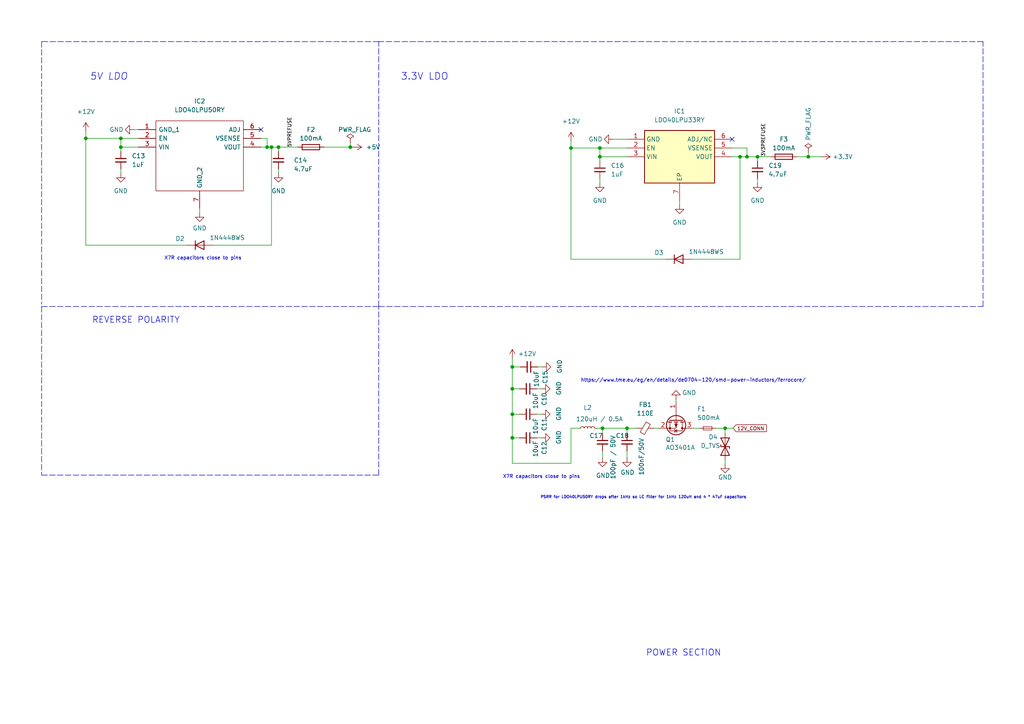
<source format=kicad_sch>
(kicad_sch (version 20211123) (generator eeschema)
  (paper "A4")
  (lib_symbols
    (symbol "Device:C_Small" (pin_numbers hide) (pin_names (offset 0.254) hide)
      (property "Reference" "C" (at 0.254 1.778 0))
      (property "Value" "C_Small" (at 0.254 -2.032 0))
      (symbol "C_Small_0_1"
        (polyline (pts (xy -1.524 -0.508) (xy 1.524 -0.508)) (stroke (width 0.3302)))
        (polyline (pts (xy -1.524 0.508) (xy 1.524 0.508)) (stroke (width 0.3048)))
      )
      (symbol "C_Small_1_1"
        (pin passive line (at 0 2.54 270) (length 2.032) (name "~") (number "1"))
        (pin passive line (at 0 -2.54 90) (length 2.032) (name "~") (number "2"))
      )
    )
    (symbol "Device:D_TVS" (pin_numbers hide) (pin_names (offset 1.016) hide)
      (property "Reference" "D" (at 0 2.54 0))
      (property "Value" "D_TVS" (at 0 -2.54 0))
      (symbol "D_TVS_0_1"
        (polyline (pts (xy 1.27 0) (xy -1.27 0)))
        (polyline (pts (xy 0.508 1.27) (xy 0 1.27) (xy 0 -1.27) (xy -0.508 -1.27)) (stroke (width 0.254)))
        (polyline (pts (xy -2.54 1.27) (xy -2.54 -1.27) (xy 2.54 1.27) (xy 2.54 -1.27) (xy -2.54 1.27)) (stroke (width 0.254)))
      )
      (symbol "D_TVS_1_1"
        (pin passive line (at -3.81 0 0) (length 2.54) (name "A1") (number "1"))
        (pin passive line (at 3.81 0 180) (length 2.54) (name "A2") (number "2"))
      )
    )
    (symbol "Device:FerriteBead_Small" (pin_numbers hide) (pin_names (offset 0))
      (property "Reference" "FB" (at 1.905 1.27 0))
      (property "Value" "FerriteBead_Small" (at 1.905 -1.27 0))
      (symbol "FerriteBead_Small_0_1"
        (polyline (pts (xy 0 -1.27) (xy 0 -0.7874)))
        (polyline (pts (xy 0 0.889) (xy 0 1.2954)))
        (polyline (pts (xy -1.8288 0.2794) (xy -1.1176 1.4986) (xy 1.8288 -0.2032) (xy 1.1176 -1.4224) (xy -1.8288 0.2794)))
      )
      (symbol "FerriteBead_Small_1_1"
        (pin passive line (at 0 2.54 270) (length 1.27) (name "~") (number "1"))
        (pin passive line (at 0 -2.54 90) (length 1.27) (name "~") (number "2"))
      )
    )
    (symbol "Device:Fuse" (pin_numbers hide) (pin_names (offset 0))
      (property "Reference" "F" (at 2.032 0 90))
      (property "Value" "Fuse" (at -1.905 0 90))
      (symbol "Fuse_0_1"
        (rectangle (start -0.762 -2.54) (end 0.762 2.54) (stroke (width 0.254)))
        (polyline (pts (xy 0 2.54) (xy 0 -2.54)))
      )
      (symbol "Fuse_1_1"
        (pin passive line (at 0 3.81 270) (length 1.27) (name "~") (number "1"))
        (pin passive line (at 0 -3.81 90) (length 1.27) (name "~") (number "2"))
      )
    )
    (symbol "Device:Fuse_Small" (pin_numbers hide) (pin_names (offset 0.254) hide)
      (property "Reference" "F" (at 0 -1.524 0))
      (property "Value" "Fuse_Small" (at 0 1.524 0))
      (symbol "Fuse_Small_0_1"
        (rectangle (start -1.27 0.508) (end 1.27 -0.508))
        (polyline (pts (xy -1.27 0) (xy 1.27 0)))
      )
      (symbol "Fuse_Small_1_1"
        (pin passive line (at -2.54 0 0) (length 1.27) (name "~") (number "1"))
        (pin passive line (at 2.54 0 180) (length 1.27) (name "~") (number "2"))
      )
    )
    (symbol "Device:L_Small" (pin_numbers hide) (pin_names (offset 0.254) hide)
      (property "Reference" "L" (at 0.762 1.016 0))
      (property "Value" "L_Small" (at 0.762 -1.016 0))
      (symbol "L_Small_0_1"
        (arc (start 0 -2.032) (mid 0.508 -1.524) (end 0 -1.016))
        (arc (start 0 -1.016) (mid 0.508 -0.508) (end 0 0))
        (arc (start 0 0) (mid 0.508 0.508) (end 0 1.016))
        (arc (start 0 1.016) (mid 0.508 1.524) (end 0 2.032))
      )
      (symbol "L_Small_1_1"
        (pin passive line (at 0 2.54 270) (length 0.508) (name "~") (number "1"))
        (pin passive line (at 0 -2.54 90) (length 0.508) (name "~") (number "2"))
      )
    )
    (symbol "Diode:1N4448WS" (pin_numbers hide) (pin_names hide)
      (property "Reference" "D" (at 0 2.54 0))
      (property "Value" "1N4448WS" (at 0 -2.54 0))
      (symbol "1N4448WS_0_1"
        (polyline (pts (xy -1.27 1.27) (xy -1.27 -1.27)) (stroke (width 0.254)))
        (polyline (pts (xy 1.27 0) (xy -1.27 0)))
        (polyline (pts (xy 1.27 1.27) (xy 1.27 -1.27) (xy -1.27 0) (xy 1.27 1.27)) (stroke (width 0.254)))
      )
      (symbol "1N4448WS_1_1"
        (pin passive line (at -3.81 0 0) (length 2.54) (name "K") (number "1"))
        (pin passive line (at 3.81 0 180) (length 2.54) (name "A") (number "2"))
      )
    )
    (symbol "Transistor_FET:AO3401A" (pin_names hide)
      (property "Reference" "Q" (at 5.08 1.905 0))
      (property "Value" "AO3401A" (at 5.08 0 0))
      (symbol "AO3401A_0_1"
        (polyline (pts (xy 0.254 0) (xy -2.54 0)))
        (polyline (pts (xy 0.254 1.905) (xy 0.254 -1.905)) (stroke (width 0.254)))
        (polyline (pts (xy 0.762 -1.27) (xy 0.762 -2.286)) (stroke (width 0.254)))
        (polyline (pts (xy 0.762 0.508) (xy 0.762 -0.508)) (stroke (width 0.254)))
        (polyline (pts (xy 0.762 2.286) (xy 0.762 1.27)) (stroke (width 0.254)))
        (polyline (pts (xy 2.54 2.54) (xy 2.54 1.778)))
        (polyline (pts (xy 2.54 -2.54) (xy 2.54 0) (xy 0.762 0)))
        (polyline (pts (xy 0.762 1.778) (xy 3.302 1.778) (xy 3.302 -1.778) (xy 0.762 -1.778)))
        (polyline (pts (xy 2.286 0) (xy 1.27 0.381) (xy 1.27 -0.381) (xy 2.286 0)) (fill (type outline)))
        (polyline (pts (xy 2.794 -0.508) (xy 2.921 -0.381) (xy 3.683 -0.381) (xy 3.81 -0.254)))
        (polyline (pts (xy 3.302 -0.381) (xy 2.921 0.254) (xy 3.683 0.254) (xy 3.302 -0.381)))
        (circle (center 1.651 0) (radius 2.794) (stroke (width 0.254)))
        (circle (center 2.54 -1.778) (radius 0.254) (fill (type outline)))
        (circle (center 2.54 1.778) (radius 0.254) (fill (type outline)))
      )
      (symbol "AO3401A_1_1"
        (pin input line (at -5.08 0 0) (length 2.54) (name "G") (number "1"))
        (pin passive line (at 2.54 -5.08 90) (length 2.54) (name "S") (number "2"))
        (pin passive line (at 2.54 5.08 270) (length 2.54) (name "D") (number "3"))
      )
    )
    (symbol "WHEEL_07:LDO40LPU50RY" (pin_names (offset 0.762))
      (property "Reference" "IC" (at 31.75 7.62 0))
      (property "Value" "LDO40LPU50RY" (at 31.75 5.08 0))
      (symbol "LDO40LPU50RY_0_0"
        (pin passive line (at 0 0 0) (length 5.08) (name "GND_1") (number "1"))
        (pin passive line (at 0 -2.54 0) (length 5.08) (name "EN") (number "2"))
        (pin passive line (at 0 -5.08 0) (length 5.08) (name "VIN") (number "3"))
        (pin passive line (at 35.56 -5.08 180) (length 5.08) (name "VOUT") (number "4"))
        (pin passive line (at 35.56 -2.54 180) (length 5.08) (name "VSENSE") (number "5"))
        (pin passive line (at 35.56 0 180) (length 5.08) (name "ADJ") (number "6"))
        (pin passive line (at 17.78 -22.86 90) (length 5.08) (name "GND_2") (number "7"))
      )
      (symbol "LDO40LPU50RY_0_1"
        (polyline (pts (xy 5.08 2.54) (xy 30.48 2.54) (xy 30.48 -17.78) (xy 5.08 -17.78) (xy 5.08 2.54)) (stroke (width 0.1524)))
      )
    )
    (symbol "pdms_additional:LDO40LPU33RY"
      (property "Value" "LDO40LPU33RY" (at 0 0 0))
      (property "Reference_1" "IC" (at 26.67 7.62 0))
      (property "Value_1" "LDO40LPU33RY" (at 26.67 5.08 0))
      (symbol "LDO40LPU33RY_1_1"
        (rectangle (start 5.08 2.54) (end 25.4 -12.7) (stroke (width 0.254)) (fill (type background)))
        (pin passive line (at 0 0 0) (length 5.08) (name "GND") (number "1"))
        (pin passive line (at 0 -2.54 0) (length 5.08) (name "EN") (number "2"))
        (pin passive line (at 0 -5.08 0) (length 5.08) (name "VIN") (number "3"))
        (pin passive line (at 30.48 -5.08 180) (length 5.08) (name "VOUT") (number "4"))
        (pin passive line (at 30.48 -2.54 180) (length 5.08) (name "VSENSE") (number "5"))
        (pin passive line (at 30.48 0 180) (length 5.08) (name "ADJ/NC") (number "6"))
        (pin passive line (at 15.24 -17.78 90) (length 5.08) (name "EP") (number "7"))
      )
    )
    (symbol "power:+12V" (power) (pin_names (offset 0))
      (property "Value" "+12V" (at 0 3.556 0))
      (symbol "+12V_0_1"
        (polyline (pts (xy -0.762 1.27) (xy 0 2.54)))
        (polyline (pts (xy 0 0) (xy 0 2.54)))
        (polyline (pts (xy 0 2.54) (xy 0.762 1.27)))
      )
      (symbol "+12V_1_1"
        (pin power_in line (at 0 0 90) (length 0) hide (name "+12V") (number "1"))
      )
    )
    (symbol "power:+3.3V" (power) (pin_names (offset 0))
      (property "Value" "+3.3V" (at 0 3.556 0))
      (symbol "+3.3V_0_1"
        (polyline (pts (xy -0.762 1.27) (xy 0 2.54)))
        (polyline (pts (xy 0 0) (xy 0 2.54)))
        (polyline (pts (xy 0 2.54) (xy 0.762 1.27)))
      )
      (symbol "+3.3V_1_1"
        (pin power_in line (at 0 0 90) (length 0) hide (name "+3.3V") (number "1"))
      )
    )
    (symbol "power:+5V" (power) (pin_names (offset 0))
      (property "Value" "+5V" (at 0 3.556 0))
      (symbol "+5V_0_1"
        (polyline (pts (xy -0.762 1.27) (xy 0 2.54)))
        (polyline (pts (xy 0 0) (xy 0 2.54)))
        (polyline (pts (xy 0 2.54) (xy 0.762 1.27)))
      )
      (symbol "+5V_1_1"
        (pin power_in line (at 0 0 90) (length 0) hide (name "+5V") (number "1"))
      )
    )
    (symbol "power:GND" (power) (pin_names (offset 0))
      (property "Value" "GND" (at 0 -3.81 0))
      (symbol "GND_0_1"
        (polyline (pts (xy 0 0) (xy 0 -1.27) (xy 1.27 -1.27) (xy 0 -2.54) (xy -1.27 -1.27) (xy 0 -1.27)))
      )
      (symbol "GND_1_1"
        (pin power_in line (at 0 0 270) (length 0) hide (name "GND") (number "1"))
      )
    )
    (symbol "power:PWR_FLAG" (power) (pin_numbers hide) (pin_names (offset 0) hide)
      (property "Value" "PWR_FLAG" (at 0 3.81 0))
      (symbol "PWR_FLAG_0_0"
        (pin power_out line (at 0 0 90) (length 0) (name "pwr") (number "1"))
      )
      (symbol "PWR_FLAG_0_1"
        (polyline (pts (xy 0 0) (xy 0 1.27) (xy -1.016 1.905) (xy 0 2.54) (xy 1.016 1.905) (xy 0 1.27)))
      )
    )
  )
  (junction (at 77.47 42.672))
  (junction (at 24.892 40.132))
  (junction (at 173.99 45.466))
  (junction (at 165.608 42.926))
  (junction (at 174.752 124.206))
  (junction (at 148.59 112.776))
  (junction (at 80.772 42.672))
  (junction (at 78.74 42.672))
  (junction (at 35.052 40.132))
  (junction (at 148.59 127))
  (junction (at 214.63 45.466))
  (junction (at 210.312 124.206))
  (junction (at 35.052 42.672))
  (junction (at 173.99 42.926))
  (junction (at 181.864 124.206))
  (junction (at 101.6 42.672))
  (junction (at 234.442 45.466))
  (junction (at 219.71 45.466))
  (junction (at 216.662 45.466))
  (junction (at 148.59 120.142))
  (junction (at 148.59 106.426))
  (no_connect (at 75.692 37.592))
  (no_connect (at 212.344 40.386))
  (wire (pts (xy 35.052 49.022) (xy 35.052 50.292)))
  (wire (pts (xy 40.132 37.592) (xy 38.862 37.592)))
  (wire (pts (xy 234.442 44.196) (xy 234.442 45.466)))
  (wire (pts (xy 78.74 42.672) (xy 80.772 42.672)))
  (wire (pts (xy 75.692 40.132) (xy 77.47 40.132)))
  (wire (pts (xy 181.864 124.206) (xy 174.752 124.206)))
  (wire (pts (xy 93.98 42.672) (xy 101.6 42.672)))
  (wire (pts (xy 40.132 40.132) (xy 35.052 40.132)))
  (wire (pts (xy 101.6 42.672) (xy 102.362 42.672)))
  (wire (pts (xy 201.168 124.206) (xy 202.692 124.206)))
  (wire (pts (xy 165.608 124.206) (xy 165.608 134.366)))
  (wire (pts (xy 210.312 133.35) (xy 210.312 134.62)))
  (wire (pts (xy 101.6 41.402) (xy 101.6 42.672)))
  (wire (pts (xy 167.894 124.206) (xy 165.608 124.206)))
  (wire (pts (xy 157.226 106.426) (xy 155.956 106.426)))
  (wire (pts (xy 75.692 42.672) (xy 77.47 42.672)))
  (wire (pts (xy 148.59 112.776) (xy 150.622 112.776)))
  (wire (pts (xy 174.752 130.81) (xy 174.752 132.842)))
  (wire (pts (xy 80.772 49.022) (xy 80.772 50.292)))
  (wire (pts (xy 80.772 42.672) (xy 86.36 42.672)))
  (wire (pts (xy 148.59 120.142) (xy 148.59 127)))
  (polyline (pts (xy 12.065 88.9) (xy 109.855 88.9)))
  (wire (pts (xy 184.658 124.206) (xy 181.864 124.206)))
  (wire (pts (xy 165.608 40.894) (xy 165.608 42.926)))
  (wire (pts (xy 148.59 134.366) (xy 148.59 127)))
  (wire (pts (xy 231.14 45.466) (xy 234.442 45.466)))
  (wire (pts (xy 24.892 40.132) (xy 35.052 40.132)))
  (wire (pts (xy 214.63 45.466) (xy 214.63 75.184)))
  (wire (pts (xy 24.892 40.132) (xy 24.892 38.1)))
  (wire (pts (xy 80.772 42.672) (xy 80.772 43.942)))
  (wire (pts (xy 148.59 127) (xy 150.622 127)))
  (wire (pts (xy 57.912 60.452) (xy 57.912 61.722)))
  (wire (pts (xy 212.344 45.466) (xy 214.63 45.466)))
  (wire (pts (xy 212.344 42.926) (xy 216.662 42.926)))
  (wire (pts (xy 78.74 42.672) (xy 78.74 71.12)))
  (wire (pts (xy 193.04 75.184) (xy 165.608 75.184)))
  (wire (pts (xy 210.312 125.73) (xy 210.312 124.206)))
  (wire (pts (xy 173.99 45.466) (xy 173.99 46.736)))
  (wire (pts (xy 181.864 124.206) (xy 181.864 125.73)))
  (wire (pts (xy 35.052 42.672) (xy 35.052 43.942)))
  (wire (pts (xy 24.892 71.12) (xy 24.892 40.132)))
  (wire (pts (xy 77.47 40.132) (xy 77.47 42.672)))
  (wire (pts (xy 165.608 42.926) (xy 165.608 75.184)))
  (wire (pts (xy 165.608 42.926) (xy 173.99 42.926)))
  (polyline (pts (xy 12.065 137.795) (xy 109.855 137.795)))
  (polyline (pts (xy 109.855 88.9) (xy 285.115 88.9)))
  (wire (pts (xy 216.662 45.466) (xy 219.71 45.466)))
  (wire (pts (xy 173.99 42.926) (xy 181.864 42.926)))
  (wire (pts (xy 189.738 124.206) (xy 191.008 124.206)))
  (polyline (pts (xy 109.855 12.065) (xy 12.065 12.065)))
  (wire (pts (xy 196.088 116.586) (xy 196.088 115.824)))
  (polyline (pts (xy 109.855 88.9) (xy 109.855 12.065)))
  (polyline (pts (xy 109.855 137.795) (xy 109.855 88.9)))
  (wire (pts (xy 173.99 45.466) (xy 181.864 45.466)))
  (wire (pts (xy 207.772 124.206) (xy 210.312 124.206)))
  (wire (pts (xy 148.59 112.776) (xy 148.59 120.142)))
  (wire (pts (xy 181.864 130.81) (xy 181.864 132.842)))
  (wire (pts (xy 177.8 40.386) (xy 181.864 40.386)))
  (polyline (pts (xy 285.115 12.065) (xy 109.855 12.065)))
  (wire (pts (xy 219.71 45.466) (xy 219.71 46.736)))
  (wire (pts (xy 210.312 124.206) (xy 212.598 124.206)))
  (wire (pts (xy 216.662 42.926) (xy 216.662 45.466)))
  (wire (pts (xy 214.63 75.184) (xy 200.66 75.184)))
  (wire (pts (xy 148.59 103.886) (xy 148.59 106.426)))
  (wire (pts (xy 174.752 124.206) (xy 174.752 125.73)))
  (wire (pts (xy 173.99 42.926) (xy 173.99 45.466)))
  (wire (pts (xy 214.63 45.466) (xy 216.662 45.466)))
  (wire (pts (xy 54.102 71.12) (xy 24.892 71.12)))
  (wire (pts (xy 156.972 127) (xy 155.702 127)))
  (wire (pts (xy 197.104 58.166) (xy 197.104 59.436)))
  (wire (pts (xy 234.442 45.466) (xy 238.252 45.466)))
  (wire (pts (xy 156.972 120.142) (xy 155.702 120.142)))
  (wire (pts (xy 77.47 42.672) (xy 78.74 42.672)))
  (wire (pts (xy 78.74 71.12) (xy 61.722 71.12)))
  (polyline (pts (xy 12.065 12.065) (xy 12.065 88.265)))
  (wire (pts (xy 150.876 106.426) (xy 148.59 106.426)))
  (polyline (pts (xy 285.115 88.9) (xy 285.115 12.065)))
  (wire (pts (xy 172.974 124.206) (xy 174.752 124.206)))
  (wire (pts (xy 156.972 112.776) (xy 155.702 112.776)))
  (wire (pts (xy 173.99 51.816) (xy 173.99 53.086)))
  (wire (pts (xy 165.608 134.366) (xy 148.59 134.366)))
  (polyline (pts (xy 12.065 88.9) (xy 12.065 137.795)))
  (wire (pts (xy 148.59 120.142) (xy 150.622 120.142)))
  (wire (pts (xy 40.132 42.672) (xy 35.052 42.672)))
  (wire (pts (xy 35.052 40.132) (xy 35.052 42.672)))
  (wire (pts (xy 148.59 112.776) (xy 148.59 106.426)))
  (wire (pts (xy 219.71 51.816) (xy 219.71 53.086)))
  (wire (pts (xy 219.71 45.466) (xy 223.52 45.466)))
  (text "X7R capacitors close to pins" (at 47.625 75.565 0) (effects (font (size 1 1)) (justify left bottom)))
  (text "POWER SECTION" (at 187.325 190.5 0) (effects (font (size 1.8 1.8)) (justify left bottom)))
  (text "PSRR for LDO40LPU50RY drops after 1kHz so LC filter for 1kHz 120uH and 4 * 47uF capacitors" (at 156.718 144.78 0) (effects (font (size 0.8 0.8)) (justify left bottom)))
  (text "https://www.tme.eu/eg/en/details/de0704-120/smd-power-inductors/ferrocore/" (at 168.402 110.998 0) (effects (font (size 1.016 1.016)) (justify left bottom)))
  (text "3.3V LDO" (at 116.205 23.495 0) (effects (font (size 2 2)) (justify left bottom)))
  (text "5V LDO" (at 26.035 23.495 0) (effects (font (size 2 2) italic) (justify left bottom)))
  (text "REVERSE POLARITY" (at 26.67 93.98 0) (effects (font (size 1.8 1.8)) (justify left bottom)))
  (text "X7R capacitors close to pins" (at 145.796 138.938 0) (effects (font (size 1 1)) (justify left bottom)))
  (label "3V3PREFUSE" (at 222.25 45.466 90) (effects (font (size 1.016 1.016))))
  (label "5VPREFUSE" (at 84.836 42.672 90) (effects (font (size 1.016 1.016))))
  (global_label "12V_CONN" (shape input) (at 212.598 124.206 0) (effects (font (size 1.016 1.016))) (property "Intersheet References" "${INTERSHEET_REFS}" (effects hide)))
  (symbol (lib_id "power:GND") (at 35.052 50.292 0) (unit 1)
    (property "Reference" "#PWR0131" (effects hide))
    (property "Value" "GND" (at 35.052 55.372 0))
  )
  (symbol (lib_id "power:GND") (at 181.864 132.842 0) (mirror y) (unit 1)
    (property "Reference" "#PWR0142" (effects hide))
    (property "Value" "GND" (at 179.959 137.033 0) (effects (justify right)))
  )
  (symbol (lib_id "Device:L_Small") (at 170.434 124.206 90) (unit 1)
    (property "Reference" "L2" (at 170.434 118.237 90))
    (property "Value" "120uH / 0.5A" (at 173.863 121.539 90))
    (property "Footprint" "Inductor_SMD:L_7.3x7.3_H4.5" (effects hide))
  )
  (symbol (lib_id "power:+3.3V") (at 238.252 45.466 270) (unit 1)
    (property "Reference" "#PWR0128" (effects hide))
    (property "Value" "+3.3V" (at 241.427 45.4659 90) (effects (justify left)))
  )
  (symbol (lib_id "power:+12V") (at 24.892 38.1 0) (unit 1)
    (property "Reference" "#PWR0130" (effects hide))
    (property "Value" "+12V" (at 24.892 32.385 0))
  )
  (symbol (lib_id "Device:C_Small") (at 173.99 49.276 0) (unit 1)
    (property "Reference" "C16" (at 177.165 48.0122 0) (effects (justify left)))
    (property "Value" "1uF" (at 177.165 50.5522 0) (effects (justify left)))
    (property "Footprint" "Capacitor_SMD:C_0805_2012Metric" (effects hide))
  )
  (symbol (lib_id "power:GND") (at 197.104 59.436 0) (unit 1)
    (property "Reference" "#PWR0121" (effects hide))
    (property "Value" "GND" (at 197.104 64.516 0))
  )
  (symbol (lib_id "power:GND") (at 156.972 112.776 90) (mirror x) (unit 1)
    (property "Reference" "#PWR0137" (effects hide))
    (property "Value" "GND" (at 162.052 114.681 0) (effects (justify right)))
  )
  (symbol (lib_id "power:GND") (at 38.862 37.592 270) (unit 1)
    (property "Reference" "#PWR0133" (effects hide))
    (property "Value" "GND" (at 33.782 37.592 90))
  )
  (symbol (lib_id "power:GND") (at 156.972 127 90) (mirror x) (unit 1)
    (property "Reference" "#PWR0139" (effects hide))
    (property "Value" "GND" (at 162.052 128.905 0) (effects (justify right)))
  )
  (symbol (lib_id "pdms_additional:LDO40LPU33RY") (at 181.864 40.386 0) (unit 1)
    (property "Reference" "IC1" (at 197.104 32.258 0))
    (property "Value" "LDO40LPU33RY" (at 197.104 34.798 0))
    (property "Footprint" "PDMS_Additional:SON95P300X300X90-7N-D" (effects hide))
    (property "Reference_1" "IC" (effects hide))
    (property "Value_1" "LDO40LPU33RY" (effects hide))
    (property "Footprint_1" "SON95P300X300X90-7N-D" (effects hide))
    (property "Datasheet_1" "https://www.st.com/resource/en/datasheet/ldo40l.pdf" (effects hide))
    (property "Height" "0.9" (effects hide))
    (property "Manufacturer_Name" "STMicroelectronics" (effects hide))
    (property "Manufacturer_Part_Number" "LDO40LPU33RY" (effects hide))
    (property "Mouser Part Number" "511-LDO40LPU33RY" (effects hide))
    (property "Mouser Price/Stock" "https://www.mouser.co.uk/ProductDetail/STMicroelectronics/LDO40LPU33RY?qs=qSfuJ%252Bfl%2Fd5qazWclm%2Ffpg%3D%3D" (effects hide))
    (property "Arrow Part Number" "LDO40LPU33RY" (effects hide))
    (property "Arrow Price/Stock" "https://www.arrow.com/en/products/ldo40lpu33ry/stmicroelectronics?region=europe" (effects hide))
  )
  (symbol (lib_id "power:GND") (at 57.912 61.722 0) (unit 1)
    (property "Reference" "#PWR0155" (effects hide))
    (property "Value" "GND" (at 57.912 66.167 0))
  )
  (symbol (lib_id "WHEEL_07:LDO40LPU50RY") (at 40.132 37.592 0) (unit 1)
    (property "Reference" "IC2" (at 57.912 29.337 0))
    (property "Value" "LDO40LPU50RY" (at 57.912 31.877 0))
    (property "Footprint" "WHEEL-07:SON95P300X300X90-7N-D" (effects hide))
    (property "Datasheet" "https://componentsearchengine.com/Datasheets/1/LDO40LPU50RY.pdf" (effects hide))
    (property "Description" "LDO Voltage Regulators 400 mA, 38 V low-dropout regulator" (effects hide))
    (property "Height" "0.9" (effects hide))
    (property "Manufacturer_Name" "STMicroelectronics" (effects hide))
    (property "Manufacturer_Part_Number" "LDO40LPU50RY" (effects hide))
    (property "Mouser Part Number" "511-LDO40LPU50RY" (effects hide))
    (property "Mouser Price/Stock" "https://www.mouser.co.uk/ProductDetail/STMicroelectronics/LDO40LPU50RY?qs=qSfuJ%252Bfl%2Fd76TFu8P3XttQ%3D%3D" (effects hide))
    (property "Arrow Part Number" "LDO40LPU50RY" (effects hide))
    (property "Arrow Price/Stock" "https://www.arrow.com/en/products/ldo40lpu50ry/stmicroelectronics?region=nac" (effects hide))
  )
  (symbol (lib_id "Transistor_FET:AO3401A") (at 196.088 121.666 270) (unit 1)
    (property "Reference" "Q1" (at 193.04 127.508 90) (effects (justify left)))
    (property "Value" "AO3401A" (at 193.04 129.794 90) (effects (justify left)))
    (property "Footprint" "Package_TO_SOT_SMD:SOT-23" (effects hide))
    (property "Datasheet" "http://www.aosmd.com/pdfs/datasheet/AO3401A.pdf" (effects hide))
  )
  (symbol (lib_id "Device:FerriteBead_Small") (at 187.198 124.206 90) (unit 1)
    (property "Reference" "FB1" (at 187.1599 117.348 90))
    (property "Value" "110E" (at 187.1599 119.888 90))
    (property "Footprint" "LED_SMD:LED_0805_2012Metric" (effects hide))
  )
  (symbol (lib_id "power:+12V") (at 148.59 103.886 0) (unit 1)
    (property "Reference" "#PWR0136" (effects hide))
    (property "Value" "+12V" (at 150.241 102.6159 0) (effects (justify left)))
  )
  (symbol (lib_id "Device:C_Small") (at 181.864 128.27 0) (unit 1)
    (property "Reference" "C18" (at 178.562 126.365 0) (effects (justify left)))
    (property "Value" "100nF/50V" (at 186.055 137.922 90) (effects (justify left)))
    (property "Footprint" "Capacitor_SMD:C_0402_1005Metric" (effects hide))
  )
  (symbol (lib_id "power:GND") (at 210.312 134.62 0) (mirror y) (unit 1)
    (property "Reference" "#PWR0141" (effects hide))
    (property "Value" "GND" (at 210.312 138.43 0))
  )
  (symbol (lib_id "Device:C_Small") (at 35.052 46.482 0) (unit 1)
    (property "Reference" "C13" (at 38.227 45.2182 0) (effects (justify left)))
    (property "Value" "1uF" (at 38.227 47.7582 0) (effects (justify left)))
    (property "Footprint" "Capacitor_SMD:C_0805_2012Metric" (effects hide))
  )
  (symbol (lib_id "power:GND") (at 196.088 115.824 180) (unit 1)
    (property "Reference" "#PWR0143" (effects hide))
    (property "Value" "GND" (at 199.898 113.919 0))
  )
  (symbol (lib_id "Device:Fuse_Small") (at 205.232 124.206 180) (unit 1)
    (property "Reference" "F1" (at 202.184 118.618 0) (effects (justify right)))
    (property "Value" "500mA" (at 202.184 121.158 0) (effects (justify right)))
    (property "Footprint" "Fuse:Fuse_0805_2012Metric" (effects hide))
  )
  (symbol (lib_id "Device:C_Small") (at 219.71 49.276 0) (unit 1)
    (property "Reference" "C19" (at 222.885 48.0122 0) (effects (justify left)))
    (property "Value" "4.7uF" (at 222.885 50.5522 0) (effects (justify left)))
    (property "Footprint" "Capacitor_SMD:C_0603_1608Metric" (effects hide))
  )
  (symbol (lib_id "Device:C_Small") (at 153.416 106.426 270) (unit 1)
    (property "Reference" "C15" (at 158.115 107.442 0) (effects (justify left)))
    (property "Value" "10uF" (at 155.575 107.442 0) (effects (justify left)))
    (property "Footprint" "Capacitor_SMD:C_1206_3216Metric" (effects hide))
  )
  (symbol (lib_id "power:GND") (at 80.772 50.292 0) (unit 1)
    (property "Reference" "#PWR0134" (effects hide))
    (property "Value" "GND" (at 80.772 55.372 0))
  )
  (symbol (lib_id "power:+5V") (at 102.362 42.672 270) (unit 1)
    (property "Reference" "#PWR0132" (effects hide))
    (property "Value" "+5V" (at 106.172 42.6719 90) (effects (justify left)))
  )
  (symbol (lib_id "Device:C_Small") (at 153.162 127 270) (unit 1)
    (property "Reference" "C12" (at 157.861 128.016 0) (effects (justify left)))
    (property "Value" "10uF" (at 155.321 127.762 0) (effects (justify left)))
    (property "Footprint" "Capacitor_SMD:C_1206_3216Metric" (effects hide))
  )
  (symbol (lib_id "power:+12V") (at 165.608 40.894 0) (unit 1)
    (property "Reference" "#PWR0117" (effects hide))
    (property "Value" "+12V" (at 165.608 35.179 0))
  )
  (symbol (lib_id "Device:C_Small") (at 174.752 128.27 0) (unit 1)
    (property "Reference" "C17" (at 170.942 126.365 0) (effects (justify left)))
    (property "Value" "100pF / 50V" (at 177.8 139.065 90) (effects (justify left)))
    (property "Footprint" "Capacitor_SMD:C_0402_1005Metric" (effects hide))
  )
  (symbol (lib_id "Device:Fuse") (at 227.33 45.466 270) (unit 1)
    (property "Reference" "F3" (at 227.33 40.386 90))
    (property "Value" "100mA" (at 227.33 42.926 90))
    (property "Footprint" "Fuse:Fuse_0805_2012Metric" (effects hide))
  )
  (symbol (lib_id "Device:C_Small") (at 153.162 112.776 270) (unit 1)
    (property "Reference" "C10" (at 157.861 113.792 0) (effects (justify left)))
    (property "Value" "10uF" (at 155.321 113.792 0) (effects (justify left)))
    (property "Footprint" "Capacitor_SMD:C_1206_3216Metric" (effects hide))
  )
  (symbol (lib_id "power:GND") (at 157.226 106.426 90) (mirror x) (unit 1)
    (property "Reference" "#PWR0135" (effects hide))
    (property "Value" "GND" (at 162.306 108.331 0) (effects (justify right)))
  )
  (symbol (lib_id "power:GND") (at 156.972 120.142 90) (mirror x) (unit 1)
    (property "Reference" "#PWR0138" (effects hide))
    (property "Value" "GND" (at 162.052 122.047 0) (effects (justify right)))
  )
  (symbol (lib_id "power:GND") (at 173.99 53.086 0) (unit 1)
    (property "Reference" "#PWR0115" (effects hide))
    (property "Value" "GND" (at 173.99 58.166 0))
  )
  (symbol (lib_id "power:PWR_FLAG") (at 234.442 44.196 0) (unit 1)
    (property "Reference" "#FLG0103" (effects hide))
    (property "Value" "PWR_FLAG" (at 234.442 35.941 90))
  )
  (symbol (lib_id "Device:C_Small") (at 153.162 120.142 270) (unit 1)
    (property "Reference" "C11" (at 157.861 121.158 0) (effects (justify left)))
    (property "Value" "10uF" (at 155.321 121.158 0) (effects (justify left)))
    (property "Footprint" "Capacitor_SMD:C_1206_3216Metric" (effects hide))
  )
  (symbol (lib_id "power:PWR_FLAG") (at 101.6 41.402 0) (unit 1)
    (property "Reference" "#FLG0102" (effects hide))
    (property "Value" "PWR_FLAG" (at 102.87 37.592 0))
  )
  (symbol (lib_id "power:GND") (at 219.71 53.086 0) (unit 1)
    (property "Reference" "#PWR0126" (effects hide))
    (property "Value" "GND" (at 219.71 58.166 0))
  )
  (symbol (lib_id "Device:D_TVS") (at 210.312 129.54 90) (unit 1)
    (property "Reference" "D4" (at 205.486 126.746 90) (effects (justify right)))
    (property "Value" "D_TVS" (at 203.2 129.286 90) (effects (justify right)))
    (property "Footprint" "Diode_SMD:D_SMA" (effects hide))
  )
  (symbol (lib_id "Device:Fuse") (at 90.17 42.672 270) (unit 1)
    (property "Reference" "F2" (at 90.17 37.592 90))
    (property "Value" "100mA" (at 90.17 40.132 90))
    (property "Footprint" "Fuse:Fuse_0805_2012Metric" (effects hide))
  )
  (symbol (lib_id "Device:C_Small") (at 80.772 46.482 0) (unit 1)
    (property "Reference" "C14" (at 85.217 46.482 0) (effects (justify left)))
    (property "Value" "4.7uF" (at 85.217 49.022 0) (effects (justify left)))
    (property "Footprint" "Capacitor_SMD:C_0603_1608Metric" (effects hide))
  )
  (symbol (lib_id "power:GND") (at 177.8 40.386 270) (unit 1)
    (property "Reference" "#PWR0120" (effects hide))
    (property "Value" "GND" (at 172.72 40.386 90))
  )
  (symbol (lib_id "Diode:1N4448WS") (at 57.912 71.12 0) (unit 1)
    (property "Reference" "D2" (at 52.197 69.215 0))
    (property "Value" "1N4448WS" (at 65.913 68.961 0))
    (property "Footprint" "Diode_SMD:D_SOD-323" (effects hide))
    (property "Datasheet" "https://www.vishay.com/docs/81387/1n4448ws.pdf" (effects hide))
  )
  (symbol (lib_id "power:GND") (at 174.752 132.842 0) (mirror y) (unit 1)
    (property "Reference" "#PWR0140" (effects hide))
    (property "Value" "GND" (at 172.847 137.922 0) (effects (justify right)))
  )
  (symbol (lib_id "Diode:1N4448WS") (at 196.85 75.184 0) (unit 1)
    (property "Reference" "D3" (at 191.135 73.279 0))
    (property "Value" "1N4448WS" (at 204.851 73.025 0))
    (property "Footprint" "Diode_SMD:D_SOD-323" (effects hide))
    (property "Datasheet" "https://www.vishay.com/docs/81387/1n4448ws.pdf" (effects hide))
  )
)
</source>
